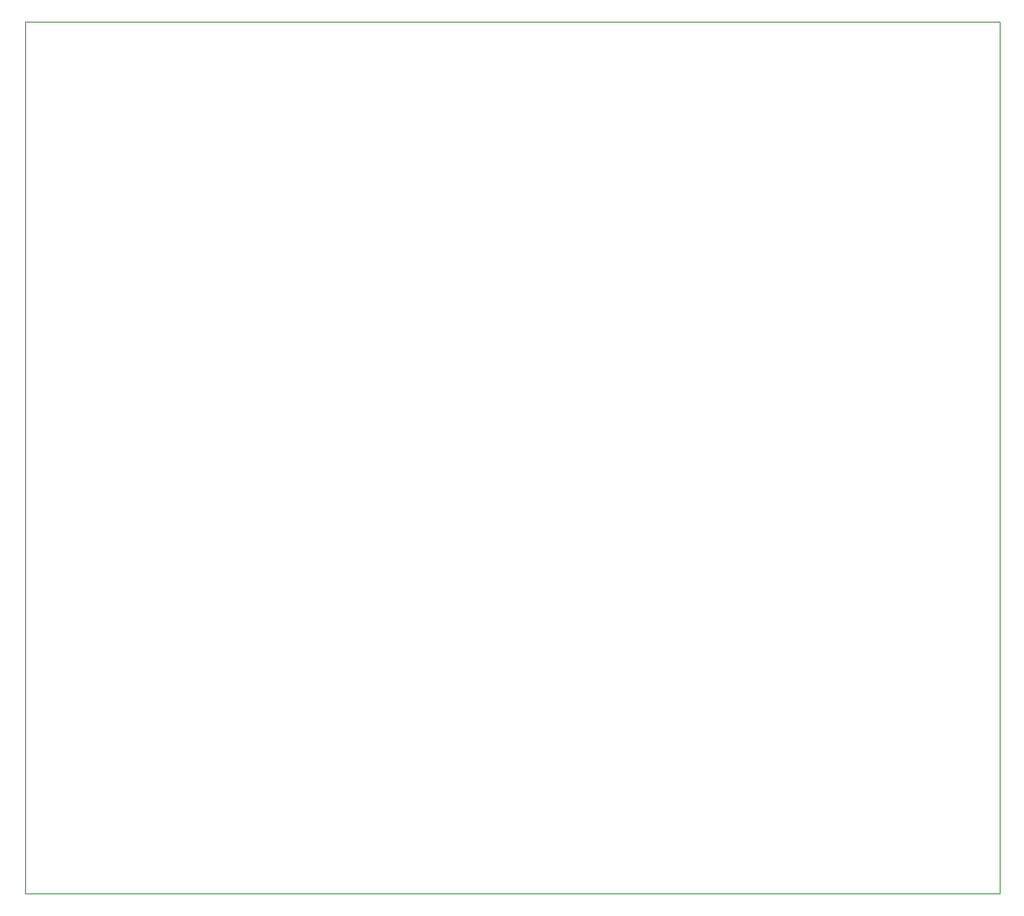
<source format=gbr>
%TF.GenerationSoftware,KiCad,Pcbnew,9.0.5*%
%TF.CreationDate,2025-12-14T22:24:26+11:00*%
%TF.ProjectId,inputSwitchboard,696e7075-7453-4776-9974-6368626f6172,rev?*%
%TF.SameCoordinates,Original*%
%TF.FileFunction,Profile,NP*%
%FSLAX46Y46*%
G04 Gerber Fmt 4.6, Leading zero omitted, Abs format (unit mm)*
G04 Created by KiCad (PCBNEW 9.0.5) date 2025-12-14 22:24:26*
%MOMM*%
%LPD*%
G01*
G04 APERTURE LIST*
%TA.AperFunction,Profile*%
%ADD10C,0.100000*%
%TD*%
G04 APERTURE END LIST*
D10*
X55630000Y-29475000D02*
X150630000Y-29475000D01*
X150630000Y-114475000D01*
X55630000Y-114475000D01*
X55630000Y-29475000D01*
M02*

</source>
